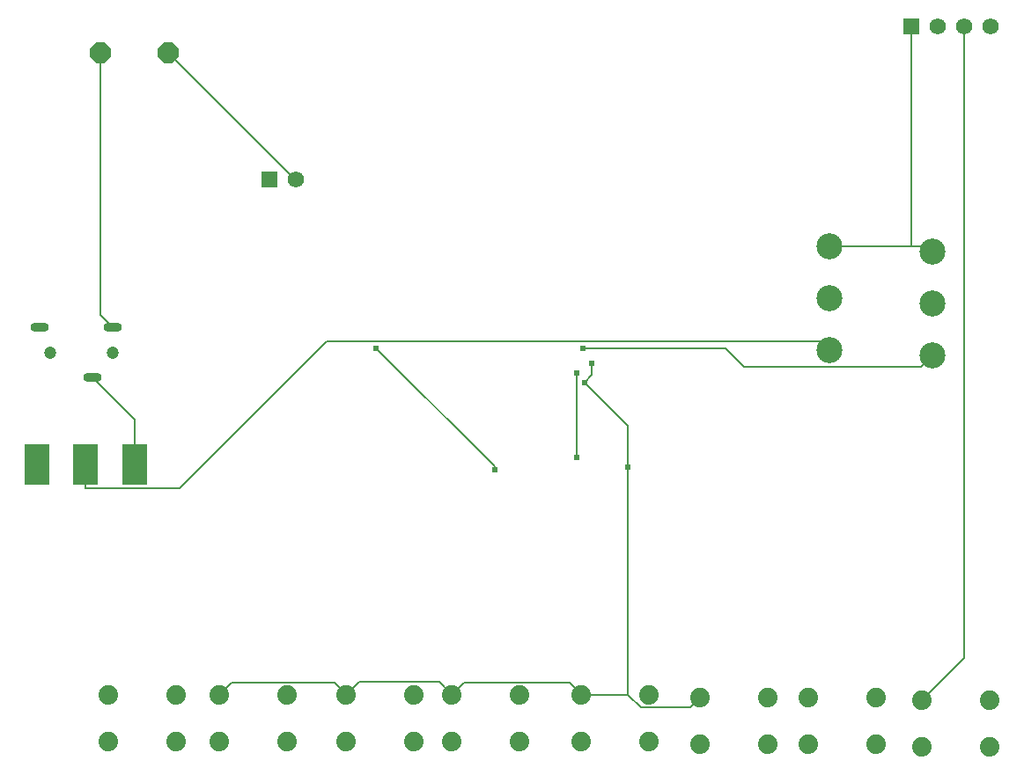
<source format=gbl>
G04 Layer: BottomLayer*
G04 EasyEDA v6.5.48, 2025-02-09 20:19:28*
G04 01cb3c1d78794921a089d1304ca59f51,d72c4acdc2164061951c9b7558476481,10*
G04 Gerber Generator version 0.2*
G04 Scale: 100 percent, Rotated: No, Reflected: No *
G04 Dimensions in inches *
G04 leading zeros omitted , absolute positions ,3 integer and 6 decimal *
%FSLAX36Y36*%
%MOIN*%

%AMMACRO1*4,1,8,0.0393,0.0163,0.0163,0.0393,-0.0163,0.0393,-0.0393,0.0163,-0.0393,-0.0163,-0.0163,-0.0393,0.0163,-0.0393,0.0393,-0.0163,0.0393,0.0163,0*%
%ADD10C,0.0060*%
%ADD11MACRO1*%
%ADD12R,0.0620X0.0620*%
%ADD13C,0.0620*%
%ADD14O,0.070866X0.035433*%
%ADD15C,0.0472*%
%ADD16C,0.0740*%
%ADD18R,0.0945X0.1575*%
%ADD19C,0.0984*%
%ADD20C,0.0240*%

%LPD*%
D10*
X2135010Y1585870D02*
G01*
X2135010Y1267910D01*
X332000Y2800000D02*
G01*
X332000Y1805880D01*
X378000Y1759880D01*
X3400000Y2066850D02*
G01*
X3460000Y2066850D01*
X3480000Y2046850D01*
X3090000Y2066850D02*
G01*
X3400000Y2066850D01*
X3400000Y2900000D02*
G01*
X3400000Y2066850D01*
X2163420Y1551730D02*
G01*
X2190970Y1579280D01*
X2190970Y1625000D01*
X2327650Y1231590D02*
G01*
X2327650Y1387500D01*
X2163420Y1551730D01*
X1662000Y369000D02*
G01*
X1612690Y418310D01*
X1311310Y418310D01*
X1262000Y369000D01*
X2327650Y369000D02*
G01*
X2152000Y369000D01*
X2602000Y359000D02*
G01*
X2562500Y319500D01*
X2377150Y319500D01*
X2327650Y369000D01*
X2327650Y369000D02*
G01*
X2327650Y1231590D01*
X1262000Y369000D02*
G01*
X1215920Y415080D01*
X828080Y415080D01*
X782000Y369000D01*
X3600000Y2900000D02*
G01*
X3600000Y507000D01*
X3442000Y349000D01*
X2152000Y369000D02*
G01*
X2105680Y415319D01*
X1708320Y415319D01*
X1662000Y369000D01*
X275000Y1240000D02*
G01*
X275000Y1152250D01*
X3090000Y1673150D02*
G01*
X3057340Y1705810D01*
X1185630Y1705810D01*
X629510Y1149690D01*
X277560Y1149690D01*
X275000Y1152250D01*
X460000Y1240000D02*
G01*
X460000Y1411579D01*
X300580Y1571000D01*
X588000Y2800000D02*
G01*
X1068000Y2320000D01*
X1070000Y2320000D01*
X1375230Y1682330D02*
G01*
X1824660Y1232900D01*
X1824660Y1220000D01*
X3480000Y1653150D02*
G01*
X3437130Y1610280D01*
X2765690Y1610280D01*
X2696890Y1679079D01*
X2155460Y1679079D01*
D11*
G01*
X587995Y2800005D03*
G01*
X331995Y2800005D03*
D12*
G01*
X970000Y2320000D03*
D13*
G01*
X1070000Y2320000D03*
D14*
G01*
X100000Y1760000D03*
G01*
X300580Y1571000D03*
G01*
X378000Y1759880D03*
D15*
G01*
X378610Y1664520D03*
G01*
X141640Y1664520D03*
D13*
G01*
X3600000Y2900000D03*
G01*
X3500000Y2900000D03*
D12*
G01*
X3400000Y2900000D03*
D13*
G01*
X3700000Y2900000D03*
D16*
G01*
X362000Y369000D03*
G01*
X618000Y369000D03*
G01*
X362000Y191000D03*
G01*
X618000Y191000D03*
G01*
X782000Y369000D03*
G01*
X1038000Y369000D03*
G01*
X782000Y191000D03*
G01*
X1038000Y191000D03*
D18*
G01*
X275000Y1240000D03*
G01*
X460000Y1240000D03*
G01*
X90000Y1240000D03*
D19*
G01*
X3090000Y1870000D03*
G01*
X3090000Y1673150D03*
G01*
X3090000Y2066850D03*
G01*
X3480000Y1850000D03*
G01*
X3480000Y1653150D03*
G01*
X3480000Y2046850D03*
D16*
G01*
X1262000Y369000D03*
G01*
X1518000Y369000D03*
G01*
X1262000Y191000D03*
G01*
X1518000Y191000D03*
G01*
X1662000Y369000D03*
G01*
X1918000Y369000D03*
G01*
X1662000Y191000D03*
G01*
X1918000Y191000D03*
G01*
X2152000Y369000D03*
G01*
X2408000Y369000D03*
G01*
X2152000Y191000D03*
G01*
X2408000Y191000D03*
G01*
X2602000Y359000D03*
G01*
X2858000Y359000D03*
G01*
X2602000Y181000D03*
G01*
X2858000Y181000D03*
G01*
X3012000Y359000D03*
G01*
X3268000Y359000D03*
G01*
X3012000Y181000D03*
G01*
X3268000Y181000D03*
G01*
X3442000Y349000D03*
G01*
X3698000Y349000D03*
G01*
X3442000Y171000D03*
G01*
X3698000Y171000D03*
D20*
G01*
X2135010Y1585870D03*
G01*
X2135010Y1267910D03*
G01*
X2190970Y1625000D03*
G01*
X2163420Y1551730D03*
G01*
X2327650Y1231590D03*
G01*
X1375230Y1682330D03*
G01*
X1824660Y1220000D03*
G01*
X2155460Y1679079D03*
M02*

</source>
